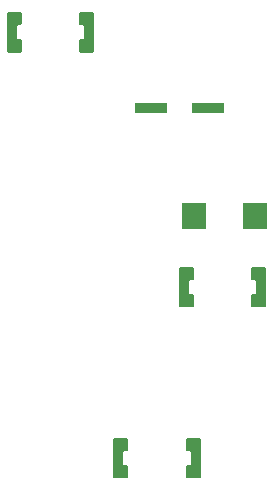
<source format=gtp>
G04 Layer: TopPasteMaskLayer*
G04 EasyEDA Pro v2.1.64.d1969c9c.217bcf, 2024-10-29 15:11:35*
G04 Gerber Generator version 0.3*
G04 Scale: 100 percent, Rotated: No, Reflected: No*
G04 Dimensions in millimeters*
G04 Leading zeros omitted, absolute positions, 3 integers and 5 decimals*
%FSLAX35Y35*%
%MOMM*%
%ADD10R,2.69999X0.91001*%
%ADD11R,2.04749X2.24099*%
G75*


G04 PolygonModel Start*
G36*
G01X4888301Y-1285001D02*
G01X4888301Y-1379047D01*
G01X4878301Y-1389047D01*
G01X4854694D01*
G01X4844694Y-1399047D01*
G01Y-1496553D01*
G01X4854694Y-1506553D01*
G01X4878301D01*
G01X4888301Y-1516553D01*
G01Y-1610599D01*
G01X4878301Y-1620599D01*
G01X4770046D01*
G01X4760046Y-1610599D01*
G01Y-1285001D01*
G01X4770046Y-1275001D01*
G01X4878301D01*
G01X4888301Y-1285001D01*
G37*
G36*
G01X5373299Y-1285001D02*
G01X5373299Y-1379047D01*
G01X5383299Y-1389047D01*
G01X5406906D01*
G01X5416906Y-1399047D01*
G01Y-1496553D01*
G01X5406906Y-1506553D01*
G01X5383299D01*
G01X5373299Y-1516553D01*
G01Y-1610599D01*
G01X5383299Y-1620599D01*
G01X5491554D01*
G01X5501554Y-1610599D01*
G01Y-1285001D01*
G01X5491554Y-1275001D01*
G01X5383299D01*
G01X5373299Y-1285001D01*
G37*
G36*
G01X3984772Y2319970D02*
G01X3984772Y2225924D01*
G01X3974772Y2215924D01*
G01X3951166D01*
G01X3941166Y2205924D01*
G01Y2108418D01*
G01X3951166Y2098418D01*
G01X3974772D01*
G01X3984772Y2088418D01*
G01Y1994372D01*
G01X3974772Y1984372D01*
G01X3866518D01*
G01X3856518Y1994372D01*
G01Y2319970D01*
G01X3866518Y2329970D01*
G01X3974772D01*
G01X3984772Y2319970D01*
G37*
G36*
G01X4469770Y2319970D02*
G01X4469770Y2225924D01*
G01X4479770Y2215924D01*
G01X4503377D01*
G01X4513377Y2205924D01*
G01Y2108418D01*
G01X4503377Y2098418D01*
G01X4479770D01*
G01X4469770Y2088418D01*
G01Y1994372D01*
G01X4479770Y1984372D01*
G01X4588025D01*
G01X4598025Y1994372D01*
G01Y2319970D01*
G01X4588025Y2329970D01*
G01X4479770D01*
G01X4469770Y2319970D01*
G37*
G36*
G01X5443444Y162799D02*
G01X5443444Y68753D01*
G01X5433444Y58753D01*
G01X5409837D01*
G01X5399837Y48753D01*
G01Y-48753D01*
G01X5409837Y-58753D01*
G01X5433444D01*
G01X5443444Y-68753D01*
G01Y-162799D01*
G01X5433444Y-172799D01*
G01X5325189D01*
G01X5315189Y-162799D01*
G01Y162799D01*
G01X5325189Y172799D01*
G01X5433444D01*
G01X5443444Y162799D01*
G37*
G36*
G01X5928441Y162799D02*
G01X5928441Y68753D01*
G01X5938441Y58753D01*
G01X5962048D01*
G01X5972048Y48753D01*
G01Y-48753D01*
G01X5962048Y-58753D01*
G01X5938441D01*
G01X5928441Y-68753D01*
G01Y-162799D01*
G01X5938441Y-172799D01*
G01X6046696D01*
G01X6056696Y-162799D01*
G01Y162799D01*
G01X6046696Y172799D01*
G01X5938441D01*
G01X5928441Y162799D01*
G37*
G04 PolygonModel End*

G04 Pad Start*
G54D10*
G01X5081295Y1511300D03*
G01X5561305Y1511300D03*
G54D11*
G01X5443169Y596900D03*
G01X5961431Y596900D03*
G04 Pad End*

M02*

</source>
